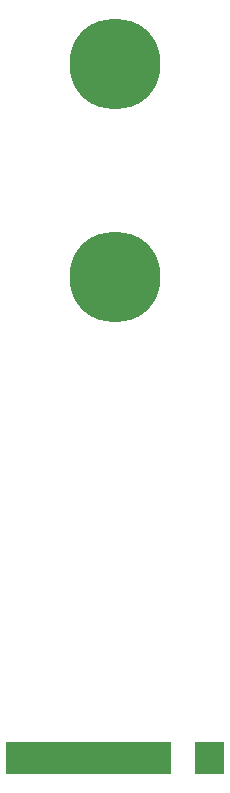
<source format=gbs>
G75*
%MOIN*%
%OFA0B0*%
%FSLAX25Y25*%
%IPPOS*%
%LPD*%
%AMOC8*
5,1,8,0,0,1.08239X$1,22.5*
%
%ADD10R,0.02178X0.10643*%
%ADD11C,0.30328*%
D10*
X0009348Y0006321D03*
X0011316Y0006321D03*
X0013285Y0006321D03*
X0015253Y0006321D03*
X0017222Y0006321D03*
X0019190Y0006321D03*
X0021159Y0006321D03*
X0023127Y0006321D03*
X0025096Y0006321D03*
X0027064Y0006321D03*
X0029033Y0006321D03*
X0031001Y0006321D03*
X0032970Y0006321D03*
X0034938Y0006321D03*
X0036907Y0006321D03*
X0038875Y0006321D03*
X0040844Y0006321D03*
X0042812Y0006321D03*
X0044781Y0006321D03*
X0046749Y0006321D03*
X0048718Y0006321D03*
X0050686Y0006321D03*
X0052655Y0006321D03*
X0054623Y0006321D03*
X0056592Y0006321D03*
X0058560Y0006321D03*
X0060529Y0006321D03*
X0062497Y0006321D03*
X0072340Y0006321D03*
X0074308Y0006321D03*
X0076277Y0006321D03*
X0078245Y0006321D03*
X0080214Y0006321D03*
D11*
X0044781Y0166754D03*
X0044781Y0237620D03*
M02*

</source>
